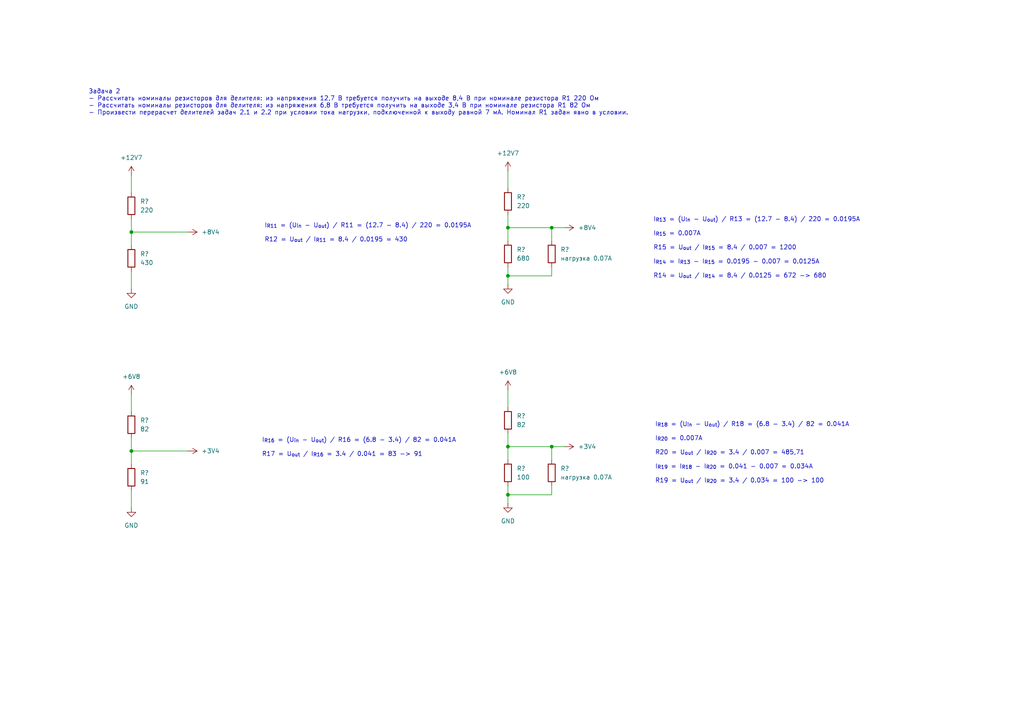
<source format=kicad_sch>
(kicad_sch (version 20231120) (generator "eeschema") (generator_version "8.0")
  (paper "A4")
  (lib_symbols
    (symbol "Device:R" (pin_numbers hide) (pin_names (offset 0))
      (property "Reference" "R" (at 2.032 0 90))
      (property "Value" "R" (at 0 0 90))
      (symbol "R_0_1"
        (rectangle (start -1.016 -2.54) (end 1.016 2.54) (stroke (width 0.254)))
      )
      (symbol "R_1_1"
        (pin passive line (at 0 3.81 270) (length 1.27) (name "~") (number "1"))
        (pin passive line (at 0 -3.81 90) (length 1.27) (name "~") (number "2"))
      )
    )
    (symbol "power:+3.3V" (power) (pin_numbers hide) (pin_names (offset 0) hide)
      (property "Value" "+3.3V" (at 0 3.556 0))
      (symbol "+3.3V_0_1"
        (polyline (pts (xy -0.762 1.27) (xy 0 2.54)))
        (polyline (pts (xy 0 0) (xy 0 2.54)))
        (polyline (pts (xy 0 2.54) (xy 0.762 1.27)))
      )
      (symbol "+3.3V_1_1"
        (pin power_in line (at 0 0 90) (length 0) (name "~") (number "1"))
      )
    )
    (symbol "power:GND" (power) (pin_numbers hide) (pin_names (offset 0) hide)
      (property "Value" "GND" (at 0 -3.81 0))
      (symbol "GND_0_1"
        (polyline (pts (xy 0 0) (xy 0 -1.27) (xy 1.27 -1.27) (xy 0 -2.54) (xy -1.27 -1.27) (xy 0 -1.27)))
      )
      (symbol "GND_1_1"
        (pin power_in line (at 0 0 270) (length 0) (name "~") (number "1"))
      )
    )
  )
  (junction (at 160.02 66.04))
  (junction (at 147.32 66.04))
  (junction (at 147.32 80.01))
  (junction (at 160.02 129.54))
  (junction (at 147.32 143.51))
  (junction (at 147.32 129.54))
  (junction (at 38.1 130.81))
  (junction (at 38.1 67.31))
  (wire (pts (xy 38.1 78.74) (xy 38.1 83.82)))
  (wire (pts (xy 160.02 129.54) (xy 160.02 133.35)))
  (wire (pts (xy 160.02 80.01) (xy 147.32 80.01)))
  (wire (pts (xy 38.1 50.8) (xy 38.1 55.88)))
  (wire (pts (xy 147.32 125.73) (xy 147.32 129.54)))
  (wire (pts (xy 147.32 133.35) (xy 147.32 129.54)))
  (wire (pts (xy 160.02 77.47) (xy 160.02 80.01)))
  (wire (pts (xy 147.32 62.23) (xy 147.32 66.04)))
  (wire (pts (xy 160.02 129.54) (xy 163.83 129.54)))
  (wire (pts (xy 160.02 66.04) (xy 160.02 69.85)))
  (wire (pts (xy 160.02 140.97) (xy 160.02 143.51)))
  (wire (pts (xy 38.1 71.12) (xy 38.1 67.31)))
  (wire (pts (xy 147.32 69.85) (xy 147.32 66.04)))
  (wire (pts (xy 38.1 130.81) (xy 54.61 130.81)))
  (wire (pts (xy 147.32 80.01) (xy 147.32 82.55)))
  (wire (pts (xy 147.32 49.53) (xy 147.32 54.61)))
  (wire (pts (xy 38.1 134.62) (xy 38.1 130.81)))
  (wire (pts (xy 38.1 63.5) (xy 38.1 67.31)))
  (wire (pts (xy 160.02 143.51) (xy 147.32 143.51)))
  (wire (pts (xy 147.32 66.04) (xy 160.02 66.04)))
  (wire (pts (xy 38.1 114.3) (xy 38.1 119.38)))
  (wire (pts (xy 147.32 77.47) (xy 147.32 80.01)))
  (wire (pts (xy 160.02 66.04) (xy 163.83 66.04)))
  (wire (pts (xy 38.1 142.24) (xy 38.1 147.32)))
  (wire (pts (xy 147.32 129.54) (xy 160.02 129.54)))
  (wire (pts (xy 38.1 127) (xy 38.1 130.81)))
  (wire (pts (xy 147.32 140.97) (xy 147.32 143.51)))
  (wire (pts (xy 38.1 67.31) (xy 54.61 67.31)))
  (wire (pts (xy 147.32 143.51) (xy 147.32 146.05)))
  (wire (pts (xy 147.32 113.03) (xy 147.32 118.11)))
  (text "I_{R11} = (U_{in} - U_{out}) / R11 = (12.7 - 8.4) / 220 = 0.0195A\n\nR12 = U_{out} / I_{R11} = 8.4 / 0.0195 = 430" (at 76.708 64.77 0) (effects (font (size 1.27 1.27)) (justify left top)))
  (text "I_{R13} = (U_{in} - U_{out}) / R13 = (12.7 - 8.4) / 220 = 0.0195A\n\nI_{R15} = 0.007A\n\nR15 = U_{out} / I_{R15} = 8.4 / 0.007 = 1200\n\nI_{R14} = I_{R13} - I_{R15} = 0.0195 - 0.007 = 0.0125A\n\nR14 = U_{out} / I_{R14} = 8.4 / 0.0125 = 672 -> 680" (at 189.484 62.992 0) (effects (font (size 1.27 1.27)) (justify left top)))
  (text "Задача 2\n- Рассчитать номиналы резисторов для делителя: из напряжения 12,7 В требуется получить на выходе 8,4 В при номинале резистора R1 220 Ом\n- Рассчитать номиналы резисторов для делителя: из напряжения 6,8 В требуется получить на выходе 3,4 В при номинале резистора R1 82 Ом\n- Произвести перерасчет делителей задач 2.1 и 2.2 при условии тока нагрузки, подключенной к выходу равной 7 мА. Номинал R1 задан явно в условии.\n" (at 25.654 25.908 0) (effects (font (size 1.27 1.27)) (justify left top)))
  (text "I_{R16} = (U_{in} - U_{out}) / R16 = (6.8 - 3.4) / 82 = 0.041A\n\nR17 = U_{out} / I_{R16} = 3.4 / 0.041 = 83 -> 91" (at 75.946 127 0) (effects (font (size 1.27 1.27)) (justify left top)))
  (text "I_{R18} = (U_{in} - U_{out}) / R18 = (6.8 - 3.4) / 82 = 0.041A\n\nI_{R20} = 0.007A\n\nR20 = U_{out} / I_{R20} = 3.4 / 0.007 = 485,71\n\nI_{R19} = I_{R18} - I_{R20} = 0.041 - 0.007 = 0.034A\n\nR19 = U_{out} / I_{R20} = 3.4 / 0.034 = 100 -> 100" (at 189.992 122.428 0) (effects (font (size 1.27 1.27)) (justify left top)))
  (symbol (lib_id "power:+3.3V") (at 54.61 130.81 270) (unit 1)
    (property "Reference" "#PWR?" (effects (hide yes)))
    (property "Value" "+3V4" (at 58.42 130.8099 90) (effects (justify left)))
    (property "Description" "Power symbol creates a global label with name \"+3.3V\"" (effects (hide yes)))
  )
  (symbol (lib_id "power:GND") (at 38.1 83.82 0) (unit 1)
    (property "Reference" "#PWR?" (effects (hide yes)))
    (property "Value" "GND" (at 38.1 88.9 0))
    (property "Description" "Power symbol creates a global label with name \"GND\" , ground" (effects (hide yes)))
  )
  (symbol (lib_id "Device:R") (at 160.02 137.16 0) (unit 1)
    (property "Reference" "R?" (at 162.56 135.8899 0) (effects (justify left)))
    (property "Value" "нагрузка 0.07A" (at 162.56 138.4299 0) (effects (justify left)))
    (property "Description" "Resistor" (effects (hide yes)))
  )
  (symbol (lib_id "Device:R") (at 160.02 73.66 0) (unit 1)
    (property "Reference" "R?" (at 162.56 72.3899 0) (effects (justify left)))
    (property "Value" "нагрузка 0.07A" (at 162.56 74.9299 0) (effects (justify left)))
    (property "Description" "Resistor" (effects (hide yes)))
  )
  (symbol (lib_id "Device:R") (at 38.1 59.69 0) (unit 1)
    (property "Reference" "R?" (at 40.64 58.4199 0) (effects (justify left)))
    (property "Value" "220" (at 40.64 60.9599 0) (effects (justify left)))
    (property "Description" "Resistor" (effects (hide yes)))
  )
  (symbol (lib_id "power:+3.3V") (at 38.1 50.8 0) (unit 1)
    (property "Reference" "#PWR?" (effects (hide yes)))
    (property "Value" "+12V7" (at 38.1 45.72 0))
    (property "Description" "Power symbol creates a global label with name \"+3.3V\"" (effects (hide yes)))
  )
  (symbol (lib_id "Device:R") (at 147.32 137.16 0) (unit 1)
    (property "Reference" "R?" (at 149.86 135.8899 0) (effects (justify left)))
    (property "Value" "100" (at 149.86 138.4299 0) (effects (justify left)))
    (property "Description" "Resistor" (effects (hide yes)))
  )
  (symbol (lib_id "power:+3.3V") (at 163.83 129.54 270) (unit 1)
    (property "Reference" "#PWR?" (effects (hide yes)))
    (property "Value" "+3V4" (at 167.64 129.5399 90) (effects (justify left)))
    (property "Description" "Power symbol creates a global label with name \"+3.3V\"" (effects (hide yes)))
  )
  (symbol (lib_id "Device:R") (at 38.1 138.43 0) (unit 1)
    (property "Reference" "R?" (at 40.64 137.1599 0) (effects (justify left)))
    (property "Value" "91" (at 40.64 139.6999 0) (effects (justify left)))
    (property "Description" "Resistor" (effects (hide yes)))
  )
  (symbol (lib_id "power:GND") (at 147.32 82.55 0) (unit 1)
    (property "Reference" "#PWR?" (effects (hide yes)))
    (property "Value" "GND" (at 147.32 87.63 0))
    (property "Description" "Power symbol creates a global label with name \"GND\" , ground" (effects (hide yes)))
  )
  (symbol (lib_id "power:+3.3V") (at 38.1 114.3 0) (unit 1)
    (property "Reference" "#PWR?" (effects (hide yes)))
    (property "Value" "+6V8" (at 38.1 109.22 0))
    (property "Description" "Power symbol creates a global label with name \"+3.3V\"" (effects (hide yes)))
  )
  (symbol (lib_id "Device:R") (at 147.32 73.66 0) (unit 1)
    (property "Reference" "R?" (at 149.86 72.3899 0) (effects (justify left)))
    (property "Value" "680" (at 149.86 74.9299 0) (effects (justify left)))
    (property "Description" "Resistor" (effects (hide yes)))
  )
  (symbol (lib_id "power:+3.3V") (at 147.32 49.53 0) (unit 1)
    (property "Reference" "#PWR?" (effects (hide yes)))
    (property "Value" "+12V7" (at 147.32 44.45 0))
    (property "Description" "Power symbol creates a global label with name \"+3.3V\"" (effects (hide yes)))
  )
  (symbol (lib_id "Device:R") (at 38.1 123.19 0) (unit 1)
    (property "Reference" "R?" (at 40.64 121.9199 0) (effects (justify left)))
    (property "Value" "82" (at 40.64 124.4599 0) (effects (justify left)))
    (property "Description" "Resistor" (effects (hide yes)))
  )
  (symbol (lib_id "power:+3.3V") (at 54.61 67.31 270) (unit 1)
    (property "Reference" "#PWR?" (effects (hide yes)))
    (property "Value" "+8V4" (at 58.42 67.3099 90) (effects (justify left)))
    (property "Description" "Power symbol creates a global label with name \"+3.3V\"" (effects (hide yes)))
  )
  (symbol (lib_id "Device:R") (at 38.1 74.93 0) (unit 1)
    (property "Reference" "R?" (at 40.64 73.6599 0) (effects (justify left)))
    (property "Value" "430" (at 40.64 76.1999 0) (effects (justify left)))
    (property "Description" "Resistor" (effects (hide yes)))
  )
  (symbol (lib_id "power:+3.3V") (at 163.83 66.04 270) (unit 1)
    (property "Reference" "#PWR?" (effects (hide yes)))
    (property "Value" "+8V4" (at 167.64 66.0399 90) (effects (justify left)))
    (property "Description" "Power symbol creates a global label with name \"+3.3V\"" (effects (hide yes)))
  )
  (symbol (lib_id "Device:R") (at 147.32 121.92 0) (unit 1)
    (property "Reference" "R?" (at 149.86 120.6499 0) (effects (justify left)))
    (property "Value" "82" (at 149.86 123.1899 0) (effects (justify left)))
    (property "Description" "Resistor" (effects (hide yes)))
  )
  (symbol (lib_id "power:GND") (at 38.1 147.32 0) (unit 1)
    (property "Reference" "#PWR?" (effects (hide yes)))
    (property "Value" "GND" (at 38.1 152.4 0))
    (property "Description" "Power symbol creates a global label with name \"GND\" , ground" (effects (hide yes)))
  )
  (symbol (lib_id "Device:R") (at 147.32 58.42 0) (unit 1)
    (property "Reference" "R?" (at 149.86 57.1499 0) (effects (justify left)))
    (property "Value" "220" (at 149.86 59.6899 0) (effects (justify left)))
    (property "Description" "Resistor" (effects (hide yes)))
  )
  (symbol (lib_id "power:GND") (at 147.32 146.05 0) (unit 1)
    (property "Reference" "#PWR?" (effects (hide yes)))
    (property "Value" "GND" (at 147.32 151.13 0))
    (property "Description" "Power symbol creates a global label with name \"GND\" , ground" (effects (hide yes)))
  )
  (symbol (lib_id "power:+3.3V") (at 147.32 113.03 0) (unit 1)
    (property "Reference" "#PWR?" (effects (hide yes)))
    (property "Value" "+6V8" (at 147.32 107.95 0))
    (property "Description" "Power symbol creates a global label with name \"+3.3V\"" (effects (hide yes)))
  )
)
</source>
